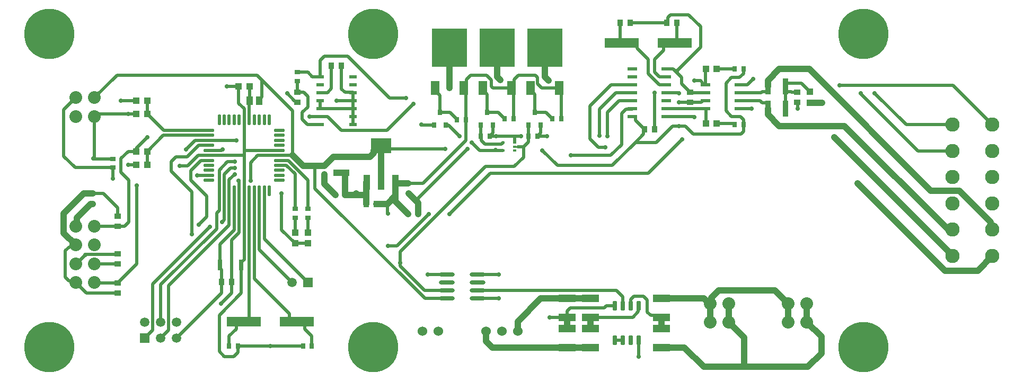
<source format=gtl>
G04*
G04 #@! TF.GenerationSoftware,Altium Limited,Altium Designer,19.0.15 (446)*
G04*
G04 Layer_Physical_Order=1*
G04 Layer_Color=255*
%FSLAX25Y25*%
%MOIN*%
G70*
G01*
G75*
%ADD13C,0.01000*%
%ADD25R,0.03937X0.03937*%
%ADD51R,0.03937X0.03937*%
%ADD61R,0.03543X0.03937*%
%ADD62R,0.03543X0.02756*%
G04:AMPARAMS|DCode=63|XSize=21.65mil|YSize=49.21mil|CornerRadius=1.95mil|HoleSize=0mil|Usage=FLASHONLY|Rotation=90.000|XOffset=0mil|YOffset=0mil|HoleType=Round|Shape=RoundedRectangle|*
%AMROUNDEDRECTD63*
21,1,0.02165,0.04532,0,0,90.0*
21,1,0.01776,0.04921,0,0,90.0*
1,1,0.00390,0.02266,0.00888*
1,1,0.00390,0.02266,-0.00888*
1,1,0.00390,-0.02266,-0.00888*
1,1,0.00390,-0.02266,0.00888*
%
%ADD63ROUNDEDRECTD63*%
%ADD64R,0.03937X0.03543*%
%ADD65R,0.03740X0.10236*%
%ADD66R,0.10630X0.04528*%
%ADD67R,0.03937X0.09449*%
%ADD68R,0.12992X0.09449*%
%ADD69R,0.10236X0.04331*%
%ADD70R,0.03150X0.03150*%
%ADD71R,0.04331X0.04331*%
%ADD72R,0.21654X0.05906*%
%ADD73R,0.01968X0.01575*%
%ADD74O,0.09843X0.02756*%
G04:AMPARAMS|DCode=75|XSize=23.62mil|YSize=57.09mil|CornerRadius=2.01mil|HoleSize=0mil|Usage=FLASHONLY|Rotation=180.000|XOffset=0mil|YOffset=0mil|HoleType=Round|Shape=RoundedRectangle|*
%AMROUNDEDRECTD75*
21,1,0.02362,0.05307,0,0,180.0*
21,1,0.01961,0.05709,0,0,180.0*
1,1,0.00402,-0.00980,0.02653*
1,1,0.00402,0.00980,0.02653*
1,1,0.00402,0.00980,-0.02653*
1,1,0.00402,-0.00980,-0.02653*
%
%ADD75ROUNDEDRECTD75*%
%ADD76R,0.02756X0.03543*%
%ADD77R,0.05500X0.09000*%
%ADD78R,0.22402X0.24331*%
%ADD79R,0.03150X0.03543*%
%ADD80R,0.04331X0.04331*%
%ADD81O,0.06890X0.02165*%
%ADD82O,0.02165X0.06890*%
%ADD83R,0.03150X0.06693*%
%ADD84R,0.03898X0.05472*%
%ADD85R,0.21654X0.05906*%
%ADD86R,0.06102X0.02362*%
%ADD87R,0.05906X0.02362*%
%ADD88C,0.02000*%
%ADD89C,0.04000*%
%ADD90C,0.08000*%
%ADD91C,0.06000*%
%ADD92C,0.09000*%
%ADD93R,0.05906X0.05906*%
%ADD94C,0.05906*%
%ADD95C,0.31500*%
%ADD96C,0.02756*%
D13*
X312925Y150500D02*
X314685D01*
X312925Y153059D02*
Y154000D01*
D25*
X182685Y96346D02*
D03*
Y89653D02*
D03*
X174685Y96346D02*
D03*
Y89653D02*
D03*
D51*
X439685Y165000D02*
D03*
X432992D02*
D03*
X439839Y199500D02*
D03*
X433146D02*
D03*
D61*
X203835Y201500D02*
D03*
X197535D02*
D03*
X219535Y114500D02*
D03*
X225835D02*
D03*
X134835Y65523D02*
D03*
X128535D02*
D03*
X400835Y161500D02*
D03*
X394535D02*
D03*
X408535Y228311D02*
D03*
X414835D02*
D03*
X379035D02*
D03*
X385335D02*
D03*
D62*
X182685Y111256D02*
D03*
Y105744D02*
D03*
X174685Y111256D02*
D03*
Y105744D02*
D03*
X176185Y191744D02*
D03*
Y197256D02*
D03*
X193185Y133000D02*
D03*
Y138512D02*
D03*
X60185Y142756D02*
D03*
Y137244D02*
D03*
D63*
X211185Y164500D02*
D03*
Y169500D02*
D03*
Y174500D02*
D03*
Y179500D02*
D03*
Y184500D02*
D03*
Y189500D02*
D03*
Y194500D02*
D03*
X190516Y164500D02*
D03*
Y169500D02*
D03*
Y174500D02*
D03*
Y179500D02*
D03*
Y184500D02*
D03*
Y189500D02*
D03*
Y194500D02*
D03*
D64*
X176185Y178350D02*
D03*
Y184650D02*
D03*
X490492Y184650D02*
D03*
Y178350D02*
D03*
X63185Y83150D02*
D03*
Y76850D02*
D03*
Y64650D02*
D03*
Y58350D02*
D03*
Y100350D02*
D03*
Y106650D02*
D03*
X422992Y184650D02*
D03*
Y178350D02*
D03*
D65*
X483004Y174500D02*
D03*
X471980D02*
D03*
X483004Y188500D02*
D03*
X471980D02*
D03*
D66*
X345685Y43095D02*
D03*
Y54905D02*
D03*
X360531Y43126D02*
D03*
Y54937D02*
D03*
Y24126D02*
D03*
Y35937D02*
D03*
X405185Y43095D02*
D03*
Y54905D02*
D03*
Y24094D02*
D03*
Y35906D02*
D03*
X345685Y24189D02*
D03*
Y36000D02*
D03*
D67*
X219630Y128083D02*
D03*
X228685D02*
D03*
X237740D02*
D03*
D68*
X228685Y150917D02*
D03*
D69*
X203685Y133882D02*
D03*
Y144118D02*
D03*
D70*
X200232Y120000D02*
D03*
X206138D02*
D03*
D71*
X498492Y177957D02*
D03*
Y185043D02*
D03*
D72*
X379953Y215811D02*
D03*
X413417D02*
D03*
D73*
X305445Y147941D02*
D03*
Y153059D02*
D03*
X312925D02*
D03*
Y150500D02*
D03*
Y147941D02*
D03*
D74*
X270039Y70000D02*
D03*
Y65000D02*
D03*
Y60000D02*
D03*
Y55000D02*
D03*
X289331Y70000D02*
D03*
Y65000D02*
D03*
Y60000D02*
D03*
Y55000D02*
D03*
D75*
X390685Y50228D02*
D03*
X385685D02*
D03*
X380685D02*
D03*
X375685D02*
D03*
X390685Y28772D02*
D03*
X385685D02*
D03*
X380685D02*
D03*
X375685D02*
D03*
D76*
X336429Y168000D02*
D03*
X341941D02*
D03*
X326941Y157000D02*
D03*
X321429D02*
D03*
X306429Y168000D02*
D03*
X311941D02*
D03*
X296941Y157000D02*
D03*
X291429D02*
D03*
X179673Y25000D02*
D03*
X185185D02*
D03*
X138685D02*
D03*
X133173D02*
D03*
X276429Y167500D02*
D03*
X281941D02*
D03*
X451236Y164500D02*
D03*
X456748D02*
D03*
X451236Y199500D02*
D03*
X456748D02*
D03*
D77*
X322709Y187524D02*
D03*
X340661D02*
D03*
X292709D02*
D03*
X310661D02*
D03*
X262709D02*
D03*
X280661D02*
D03*
D78*
X331685Y212858D02*
D03*
X301685D02*
D03*
X271685D02*
D03*
D79*
X321533Y164063D02*
D03*
X329014D02*
D03*
X325274Y171937D02*
D03*
X291533Y164063D02*
D03*
X299014D02*
D03*
X295274Y171937D02*
D03*
X261945Y164063D02*
D03*
X269425D02*
D03*
X265685Y171937D02*
D03*
D80*
X74642Y147500D02*
D03*
X81728D02*
D03*
X81728Y139000D02*
D03*
X74642D02*
D03*
X74642Y179500D02*
D03*
X81728D02*
D03*
X81728Y171000D02*
D03*
X74642D02*
D03*
X139142Y188500D02*
D03*
X146228D02*
D03*
D81*
X120441Y129252D02*
D03*
Y132402D02*
D03*
Y135551D02*
D03*
Y138701D02*
D03*
Y141850D02*
D03*
Y145000D02*
D03*
Y148150D02*
D03*
Y151299D02*
D03*
Y154449D02*
D03*
Y157598D02*
D03*
Y160748D02*
D03*
X164929D02*
D03*
Y157598D02*
D03*
Y154449D02*
D03*
Y151299D02*
D03*
Y148150D02*
D03*
Y145000D02*
D03*
Y141850D02*
D03*
Y138701D02*
D03*
Y135551D02*
D03*
Y132402D02*
D03*
Y129252D02*
D03*
D82*
X126937Y167244D02*
D03*
X130087D02*
D03*
X133236D02*
D03*
X136386D02*
D03*
X139535D02*
D03*
X142685D02*
D03*
X145835D02*
D03*
X148984D02*
D03*
X152134D02*
D03*
X155283D02*
D03*
X158433D02*
D03*
Y122756D02*
D03*
X155283D02*
D03*
X152134D02*
D03*
X148984D02*
D03*
X145835D02*
D03*
X142685D02*
D03*
X139535D02*
D03*
X136386D02*
D03*
X133236D02*
D03*
X130087D02*
D03*
X126937D02*
D03*
D83*
X140878Y76000D02*
D03*
X127492D02*
D03*
D84*
X146213Y179500D02*
D03*
X152157D02*
D03*
D85*
X142453Y40500D02*
D03*
X175917D02*
D03*
D86*
X454185Y174311D02*
D03*
Y179311D02*
D03*
Y184311D02*
D03*
Y189311D02*
D03*
X432925Y174311D02*
D03*
Y179311D02*
D03*
Y184311D02*
D03*
Y189311D02*
D03*
D87*
X386925Y199311D02*
D03*
Y194311D02*
D03*
Y189311D02*
D03*
Y184311D02*
D03*
Y179311D02*
D03*
Y174311D02*
D03*
Y169311D02*
D03*
X408185Y199311D02*
D03*
Y194311D02*
D03*
Y189311D02*
D03*
Y184311D02*
D03*
Y179311D02*
D03*
Y174311D02*
D03*
Y169311D02*
D03*
D88*
X483004Y185755D02*
Y188500D01*
Y174500D02*
Y185755D01*
X238685Y88000D02*
X258685Y108000D01*
X233185Y88000D02*
X238685D01*
X297402Y133716D02*
X396902D01*
X271685Y108000D02*
X297402Y133716D01*
X294333Y138000D02*
X312567D01*
X240685Y84352D02*
X294333Y138000D01*
X240685Y77500D02*
Y84352D01*
X109185Y135500D02*
X115535Y141850D01*
X120441D01*
X109185Y129500D02*
Y135500D01*
Y129500D02*
X119185Y119500D01*
Y106500D02*
Y119500D01*
X114185Y101500D02*
X119185Y106500D01*
X396902Y133716D02*
X418185Y155000D01*
X374185Y138701D02*
X388685Y153201D01*
X379953Y151768D02*
Y171500D01*
X373185Y145000D02*
X379953Y151768D01*
X339634Y138701D02*
X374185D01*
X456685Y160000D02*
Y167500D01*
X379953Y171500D02*
X382656Y174204D01*
X416185Y163500D02*
X420023D01*
X412185D02*
X416185D01*
X416063Y184311D02*
X416185Y184189D01*
X408185Y184311D02*
X416063D01*
X530573Y183612D02*
X566435Y147750D01*
X530573Y183612D02*
Y184000D01*
X566435Y147750D02*
X588185D01*
X588435Y189000D02*
X613185Y164250D01*
X517185Y189000D02*
X588435D01*
X559124Y164250D02*
X588185D01*
X539185Y184189D02*
X559124Y164250D01*
X134185Y137000D02*
X136685D01*
X132185Y141000D02*
X136685D01*
X132797Y145000D02*
X142685D01*
X132768Y144972D02*
X132797Y145000D01*
X120469Y144972D02*
X132768D01*
X348185Y145000D02*
X373185D01*
X139185Y129000D02*
Y129296D01*
X146685Y129000D02*
Y140500D01*
X133236Y129551D02*
X136685Y133000D01*
X234185Y181000D02*
X244374D01*
X207685Y207500D02*
X234185Y181000D01*
X193185Y207500D02*
X207685D01*
X190516Y204831D02*
X193185Y207500D01*
X190516Y194500D02*
Y204831D01*
X232433Y160748D02*
X249185Y177500D01*
X203835Y160748D02*
X232433D01*
X195083Y169500D02*
X203835Y160748D01*
X190516Y169500D02*
X195083D01*
X211185D02*
Y174500D01*
Y164500D02*
Y169500D01*
X200685Y179500D02*
X211185D01*
X176185Y184650D02*
X180035D01*
X182685Y182000D01*
Y175437D02*
Y182000D01*
X176185Y184650D02*
X176185Y184650D01*
X169685Y184000D02*
X174563Y179122D01*
X175413D01*
X176185Y178350D01*
X131685Y188500D02*
X131685Y188500D01*
X139142D01*
X190516Y174500D02*
Y179500D01*
Y174500D02*
X211185D01*
Y179500D01*
Y184500D01*
X205972Y184650D02*
X209020D01*
X209087Y184583D01*
X211102D01*
X211185Y184500D01*
X203835Y186787D02*
X205972Y184650D01*
X203835Y186787D02*
Y201500D01*
X197535Y187000D02*
Y201500D01*
X195035Y184500D02*
X197535Y187000D01*
X190516Y184500D02*
X195035D01*
X176185Y197256D02*
X182685D01*
X185441Y194500D01*
X190516D01*
X176185Y184650D02*
Y191744D01*
X182435Y164500D02*
X190516D01*
X179185Y167750D02*
X182435Y164500D01*
X179185Y167750D02*
Y171937D01*
X182685Y175437D01*
X183685Y169500D02*
X190516D01*
X137634Y154449D02*
X137685Y154500D01*
X120441Y154449D02*
X137634D01*
X329661Y187524D02*
X340661D01*
X327259Y189926D02*
X329661Y187524D01*
X327259Y189926D02*
Y193926D01*
X325685Y195500D02*
X327259Y193926D01*
X315185Y195500D02*
X325685D01*
X299161Y187524D02*
X310661D01*
X298185Y188500D02*
X299161Y187524D01*
X298185Y188500D02*
Y192500D01*
X295185Y195500D02*
X298185Y192500D01*
X285185Y195500D02*
X295185D01*
X166185Y98153D02*
Y121000D01*
Y98153D02*
X174685Y89653D01*
X182685D01*
Y96346D02*
Y105744D01*
X174685Y96346D02*
Y105744D01*
Y111256D02*
Y133252D01*
X169236Y138701D02*
X174685Y133252D01*
X164929Y138701D02*
X169236D01*
X182685Y111256D02*
Y129500D01*
X170335Y141850D02*
X182685Y129500D01*
X164929Y141850D02*
X170335D01*
X456748Y196500D02*
Y199500D01*
X454248Y194000D02*
X456748Y196500D01*
X458972Y189311D02*
X462661Y193000D01*
X462685Y193024D01*
X483004Y189630D02*
X483874Y190500D01*
X483004Y188500D02*
Y189630D01*
X483874Y190500D02*
X493035D01*
X498492Y185043D01*
X490685Y174500D02*
Y178157D01*
X490492Y178350D02*
X490685Y178157D01*
X483004Y185755D02*
X483874Y184885D01*
X486619D01*
X486695Y184809D01*
X490333D01*
X490492Y184650D01*
X471980Y174500D02*
Y177245D01*
X471110Y178115D02*
X471980Y177245D01*
X468365Y178115D02*
X471110D01*
X467169Y179311D02*
X468365Y178115D01*
X454185Y179311D02*
X467169D01*
X471980Y185755D02*
Y188500D01*
X471110Y184885D02*
X471980Y185755D01*
X468365Y184885D02*
X471110D01*
X467791Y184311D02*
X468365Y184885D01*
X454185Y184311D02*
X467791D01*
X290744Y147941D02*
X305445D01*
X139185Y129296D02*
X139535Y128945D01*
X401886Y153201D02*
X412185Y163500D01*
X388685Y153201D02*
X401886D01*
X425024Y158500D02*
X455185D01*
X420023Y163500D02*
X425024Y158500D01*
X375685Y28772D02*
X380685D01*
X282411Y192726D02*
X285185Y195500D01*
X282411Y189274D02*
Y192726D01*
X280661Y187524D02*
X282411Y189274D01*
X312411Y192726D02*
X315185Y195500D01*
X312411Y189274D02*
Y192726D01*
X310661Y187524D02*
X312411Y189274D01*
X455185Y158500D02*
X456685Y160000D01*
X412468Y199217D02*
X417685Y194000D01*
X429685Y213000D02*
Y226000D01*
X414685Y198000D02*
X429685Y213000D01*
X422185Y233500D02*
X429685Y226000D01*
X410685Y233500D02*
X422185D01*
X409007Y231822D02*
X410685Y233500D01*
X409007Y228783D02*
Y231822D01*
X408535Y228311D02*
X409007Y228783D01*
X126937Y135752D02*
X132185Y141000D01*
X130087Y132902D02*
X134185Y137000D01*
X142685Y122756D02*
Y145000D01*
Y79518D02*
Y122756D01*
X133236D02*
Y129551D01*
Y101051D02*
Y122756D01*
X245685Y127500D02*
X254941D01*
X294185Y152000D02*
X304386D01*
X330185Y148150D02*
X339634Y138701D01*
X146685Y140500D02*
X151185Y145000D01*
X164929D01*
X139535Y122756D02*
Y128945D01*
X128535Y148150D02*
X129185Y148799D01*
X120441Y148150D02*
X128535D01*
X120441Y145000D02*
X120469Y144972D01*
X142685Y147941D02*
Y167244D01*
Y145000D02*
Y147941D01*
X142894Y148150D01*
X164929D01*
X388685Y153201D02*
X393768Y158284D01*
X416185Y178350D02*
X422992D01*
X96685Y141000D02*
X99638Y143953D01*
X96685Y135047D02*
Y141000D01*
Y135047D02*
X109685Y122047D01*
Y95500D02*
Y122047D01*
X106685Y143953D02*
X114032Y151299D01*
X120441D01*
X99638Y143953D02*
X106685D01*
X106185Y148799D02*
X111835Y154449D01*
X107185Y138500D02*
X113685Y145000D01*
X102185Y138500D02*
X107185D01*
X113685Y145000D02*
X120441D01*
X240685Y75500D02*
Y77500D01*
Y75500D02*
X256185Y60000D01*
X301185Y157000D02*
X312925D01*
X296941D02*
X301185D01*
Y157000D01*
X393768Y158284D02*
Y160733D01*
X394535Y161500D01*
X252185Y115000D02*
Y118000D01*
X283185Y149000D01*
X270960Y164063D02*
X278023Y157000D01*
X269425Y164063D02*
X270960D01*
X285685Y153000D02*
X290744Y147941D01*
X69685Y171000D02*
X74642D01*
X51627D02*
X69685D01*
Y139000D02*
X69685Y139000D01*
X74642D01*
X65185Y143000D02*
X69685Y147500D01*
X65185Y134500D02*
Y143000D01*
Y134500D02*
X70185Y129500D01*
X360185Y176000D02*
X373496Y189311D01*
X386925D01*
X360185Y155500D02*
Y176000D01*
Y155500D02*
X365571Y150114D01*
X369685D01*
X371185Y172047D02*
X378449Y179311D01*
X386925D01*
X371185Y157000D02*
Y172047D01*
X366185Y174000D02*
X376496Y184311D01*
X386925D01*
X366185Y157500D02*
Y174000D01*
X228685Y150917D02*
X230602Y149000D01*
X269185D01*
X281941Y154500D02*
Y167500D01*
X254941Y127500D02*
X281941Y154500D01*
X318398Y143831D02*
Y150500D01*
X314685D02*
X318398D01*
X312567Y138000D02*
X318398Y143831D01*
X256185Y60000D02*
X270039D01*
X187185Y138134D02*
X192413D01*
X187185Y124187D02*
Y138134D01*
X173185Y145000D02*
Y173000D01*
X192413Y138134D02*
X192791Y138512D01*
X187185Y124187D02*
X256372Y55000D01*
X270039D01*
X258185Y70000D02*
X270039D01*
X387827Y215811D02*
X389779Y213858D01*
X379953Y215811D02*
X387827D01*
X382656Y174204D02*
X386818D01*
X386925Y174311D01*
X126937Y122756D02*
Y135752D01*
X130087Y122756D02*
Y132902D01*
X113185Y132500D02*
X113284Y132402D01*
X120441D01*
X47685Y143000D02*
Y143204D01*
X48504Y144024D01*
Y169500D01*
X136185Y18500D02*
X138685Y21000D01*
Y25000D01*
X130185Y18500D02*
X136185D01*
X126937Y21748D02*
X130185Y18500D01*
X126937Y21748D02*
Y44500D01*
X140878Y58441D01*
Y76000D01*
X159185Y25000D02*
X179673D01*
X138685D02*
X159185D01*
X128185Y51819D02*
X134835Y58469D01*
Y65523D01*
X153685Y192500D02*
X173185Y173000D01*
X164929Y145000D02*
X173185D01*
X153685Y181815D02*
Y192500D01*
X152157Y180287D02*
X153685Y181815D01*
X152157Y179500D02*
Y180287D01*
X150685Y195500D02*
X153685Y192500D01*
X62693Y195500D02*
X150685D01*
X48504Y181311D02*
X62693Y195500D01*
X62682Y82647D02*
X63185Y83150D01*
X42832Y82647D02*
X62682D01*
X42685Y82500D02*
X42832Y82647D01*
X232685Y109204D02*
Y114500D01*
Y109204D02*
X233185Y108704D01*
Y108500D02*
Y108704D01*
X37031Y76846D02*
X42685Y82500D01*
X36685Y76846D02*
X37031D01*
X47560Y121000D02*
X54185D01*
X63185Y112000D01*
Y106650D02*
Y112000D01*
X47685Y143000D02*
X47929Y142756D01*
X60185D01*
X63185Y64650D02*
X75185Y76650D01*
Y126000D01*
X63067Y100469D02*
X63185Y100350D01*
X48504Y100469D02*
X63067D01*
X70185Y103000D02*
Y129500D01*
X254827Y164063D02*
X261945D01*
X254390Y164500D02*
X254827Y164063D01*
X254185Y164500D02*
X254390D01*
X74642Y149457D02*
X81685Y156500D01*
X74642Y147500D02*
Y149457D01*
X65185Y179500D02*
X74642D01*
X74642Y179500D01*
X69685Y147500D02*
X74642D01*
X74642Y147500D01*
X67535Y100350D02*
X70185Y103000D01*
X63185Y100350D02*
X67535D01*
X48504Y169500D02*
X50128D01*
X51627Y171000D01*
X81728Y179500D02*
X81728Y179500D01*
Y171000D02*
Y179500D01*
X81728Y147500D02*
X81728Y147500D01*
Y139000D02*
Y147500D01*
X91827Y157598D02*
X120441D01*
X81728Y147500D02*
X91827Y157598D01*
X81728Y171000D02*
X91980Y160748D01*
X120441D01*
X111835Y154449D02*
X120441D01*
X60185Y130500D02*
X60185Y130500D01*
Y137244D01*
X36441D02*
X60185D01*
X29185Y144500D02*
X36441Y137244D01*
X29185Y144500D02*
Y173811D01*
X36685Y181311D01*
X318398Y150500D02*
X321429Y153532D01*
X312925Y154000D02*
Y157000D01*
X316685D01*
X291807Y154378D02*
X294185Y152000D01*
X291807Y154378D02*
Y156622D01*
X304386Y152000D02*
X305445Y153059D01*
X291429Y157000D02*
X291807Y156622D01*
X316685Y157000D02*
X316685Y157000D01*
X327319D02*
X333185D01*
X327319D02*
Y157772D01*
X321429Y153532D02*
Y157000D01*
X327713Y157772D02*
X329014Y159073D01*
X327319Y157772D02*
X327713D01*
X329014Y159073D02*
Y164063D01*
X299014Y159073D02*
Y164063D01*
X297713Y157772D02*
X299014Y159073D01*
X297319Y157772D02*
X297713D01*
X296941Y157394D02*
X297319Y157772D01*
X296941Y157000D02*
Y157394D01*
X321429Y157000D02*
X321533Y157104D01*
Y164063D01*
X291429Y157000D02*
X291533Y157104D01*
Y164063D01*
X280661Y187524D02*
X281941Y186244D01*
Y167500D02*
Y186244D01*
X310661Y187524D02*
X311941Y186244D01*
Y168000D02*
Y186244D01*
X340661Y187524D02*
X341941Y186244D01*
Y168000D02*
Y186244D01*
X332492Y171937D02*
X335658Y168772D01*
X336051D01*
X336429Y168394D01*
Y168000D02*
Y168394D01*
X325274Y171937D02*
X332492D01*
X302492D02*
X305658Y168772D01*
X306051D01*
X306429Y168394D01*
Y168000D02*
Y168394D01*
X295274Y171937D02*
X302492D01*
X265685D02*
X271992D01*
X275658Y168272D01*
X276051D01*
X276429Y167894D01*
Y167500D02*
Y167894D01*
X262709Y185774D02*
Y187524D01*
Y185774D02*
X264459Y184024D01*
X264513D01*
X265685Y182852D01*
Y171937D02*
Y182852D01*
X292709Y185774D02*
Y187524D01*
Y185774D02*
X295274Y183209D01*
Y171937D02*
Y183209D01*
X322709Y185774D02*
Y187524D01*
Y185774D02*
X325274Y183209D01*
Y171937D02*
Y183209D01*
X454185Y189311D02*
X458972D01*
X139535Y96500D02*
Y122756D01*
X142685Y167244D02*
Y174311D01*
X139142Y177854D02*
X142685Y174311D01*
X139142Y177854D02*
Y188500D01*
X146213Y179500D02*
X146228Y179516D01*
Y188500D01*
X145835Y179122D02*
X146213Y179500D01*
X145835Y167244D02*
Y179122D01*
X30185Y68500D02*
X32502Y66184D01*
X35537D01*
X36685Y65035D01*
X30185Y68500D02*
Y85000D01*
X32695Y87509D01*
X35537D01*
X36685Y88657D01*
X43370Y58350D02*
X63185D01*
X36685Y65035D02*
X43370Y58350D01*
X63181Y76846D02*
X63185Y76850D01*
X48504Y76846D02*
X63181D01*
X48504Y65035D02*
X48890Y64650D01*
X63185D01*
X80185Y30000D02*
X85185Y35000D01*
Y64000D01*
X121185Y100000D01*
X90185Y63717D02*
X125307Y98839D01*
X90185Y40000D02*
Y63717D01*
X125307Y98839D02*
Y108779D01*
X126937Y110409D01*
Y122756D01*
X128685Y103000D02*
X130087Y104402D01*
Y122756D01*
X136386Y98000D02*
Y122756D01*
X134835Y91799D02*
X139535Y96500D01*
X95185Y63000D02*
X133236Y101051D01*
X127492Y89106D02*
X136386Y98000D01*
X145835Y42453D02*
Y122756D01*
X148984Y67433D02*
Y122756D01*
X141453Y78347D02*
X141513D01*
X139624Y40500D02*
X142453D01*
X148984Y67433D02*
X171136Y45281D01*
X141513Y78347D02*
X142685Y79518D01*
X142453Y40500D02*
X143882D01*
X140878Y76000D02*
Y77772D01*
X141453Y78347D01*
X95185Y35000D02*
Y63000D01*
X90185Y30000D02*
X95185Y35000D01*
X100185Y30000D02*
X128535Y58350D01*
Y65523D01*
Y73185D01*
X127492Y74228D02*
Y76000D01*
Y74228D02*
X128535Y73185D01*
X134835Y65523D02*
Y91799D01*
X127492Y76000D02*
Y89106D01*
X155283Y92402D02*
X182685Y65000D01*
X155283Y92402D02*
Y122756D01*
X152134Y85551D02*
Y122756D01*
Y85551D02*
X172685Y65000D01*
X143882Y40500D02*
X145835Y42453D01*
X171136D02*
Y45281D01*
Y42453D02*
X173089Y40500D01*
X175917D01*
X185185Y25000D02*
Y31232D01*
X180699Y35719D02*
X185185Y31232D01*
X180699Y35719D02*
Y38547D01*
X178746Y40500D02*
X180699Y38547D01*
X175917Y40500D02*
X178746D01*
X133173Y25000D02*
Y31220D01*
X137672Y35719D01*
Y38547D01*
X139624Y40500D01*
X454685Y169500D02*
X456685Y167500D01*
X449185Y169500D02*
X454685D01*
X445685Y173000D02*
X449185Y169500D01*
X445685Y173000D02*
Y190500D01*
X449185Y194000D01*
X454248D01*
X386925Y169311D02*
X388697D01*
X388878Y169130D01*
Y167157D02*
Y169130D01*
Y167157D02*
X393567Y162469D01*
X400835Y161500D02*
Y184500D01*
X385335Y228311D02*
X408535D01*
X379035Y216728D02*
X379953Y215811D01*
X379035Y216728D02*
Y228311D01*
X413417Y215811D02*
X414835Y217228D01*
Y228311D01*
X389779Y212405D02*
X396685Y205500D01*
X389779Y212405D02*
Y213858D01*
X396685Y196335D02*
Y205500D01*
Y196335D02*
X403709Y189311D01*
X408185D01*
X400835Y205500D02*
X406364Y211030D01*
Y213858D01*
X408317Y215811D01*
X413417D01*
X400835Y197500D02*
Y205500D01*
Y197500D02*
X403916Y194419D01*
X408077D01*
X408185Y194311D01*
X408279Y199217D02*
X412468D01*
X408185Y199311D02*
X408279Y199217D01*
X417685Y189957D02*
Y194000D01*
Y189957D02*
X422023Y185618D01*
Y185421D02*
Y185618D01*
Y185421D02*
X422795Y184650D01*
X422992D01*
X431055Y179311D02*
X432925D01*
X430094Y178350D02*
X431055Y179311D01*
X422992Y178350D02*
X430094D01*
X422992Y184650D02*
X423331Y184311D01*
X432925D01*
X425685Y192000D02*
X429702D01*
X430874Y190828D01*
Y189492D02*
Y190828D01*
Y189492D02*
X431055Y189311D01*
X432925D01*
X425374Y169311D02*
X425685Y169000D01*
X408185Y169311D02*
X425374D01*
X408185Y174311D02*
X432925D01*
X451236Y164500D02*
Y164622D01*
X450858Y165000D02*
X451236Y164622D01*
X439685Y165000D02*
X450858D01*
X432925Y174311D02*
X432992Y174244D01*
Y165000D02*
Y174244D01*
X432925Y189311D02*
Y199280D01*
X433146Y199500D01*
X439839D02*
X439839Y199500D01*
X451236D01*
X461496Y174311D02*
X461685Y174500D01*
X454185Y174311D02*
X461496D01*
X289331Y70000D02*
X302685D01*
X390685Y18500D02*
Y28772D01*
X345685Y43095D02*
Y47000D01*
X347685Y49000D01*
X369185D01*
X370413Y50228D01*
X375685D01*
X334685Y43116D02*
X345663D01*
X345685Y43095D01*
X289331Y55000D02*
X302685D01*
X376685Y60000D02*
X380685Y56000D01*
Y50228D02*
Y56000D01*
X289331Y60000D02*
X376685D01*
X385685Y54500D02*
X387685Y56500D01*
X385685Y50228D02*
Y54500D01*
X387685Y56500D02*
X393685D01*
X396185Y54000D01*
Y46500D02*
Y54000D01*
Y46500D02*
X398477Y44208D01*
X404072D01*
X405185Y43095D01*
X360531Y43126D02*
X386957D01*
X390504Y46673D01*
Y50047D01*
X390685Y50228D01*
D89*
X331685Y194500D02*
X334185Y192000D01*
X331685Y194500D02*
Y212858D01*
X301685Y194500D02*
X303685Y192500D01*
X301685Y194500D02*
Y212858D01*
X271685Y187500D02*
Y212858D01*
X498492Y177957D02*
X506185D01*
X513685Y156500D02*
X549185Y121000D01*
X471980Y170705D02*
X479185Y163500D01*
X471980Y170705D02*
Y174500D01*
X479185Y163500D02*
X520185D01*
X585435Y98250D01*
X471980Y192012D02*
X479185Y199217D01*
X471980Y188500D02*
Y192012D01*
X479185Y199217D02*
X497968D01*
X226913Y150917D02*
X228685Y149146D01*
X206138Y120000D02*
X214185D01*
X612228Y99207D02*
Y102957D01*
X592429Y122756D02*
X612228Y102957D01*
X574429Y122756D02*
X592429D01*
X612228Y99207D02*
X613185Y98250D01*
X497968Y199217D02*
X574429Y122756D01*
X585435Y98250D02*
X588185D01*
X238323Y127500D02*
X245685D01*
X331185Y213358D02*
X331685Y212858D01*
X173185Y145000D02*
X179673Y138512D01*
X192791D01*
X193185D01*
X252185Y108000D02*
Y115000D01*
X246185Y121000D02*
X252185Y115000D01*
X237740Y115945D02*
Y119555D01*
Y115945D02*
X245685Y108000D01*
X237740Y128083D02*
X238323Y127500D01*
X528573D02*
X583573Y72500D01*
X549185Y121000D02*
X588185Y82000D01*
X583573Y72500D02*
X603935D01*
X613185Y81750D01*
X219535Y114500D02*
Y120000D01*
Y124124D01*
X214185Y120000D02*
X219535D01*
X213185Y121000D02*
X214185Y120000D01*
X588185Y81750D02*
Y82000D01*
X41685Y121000D02*
X47560D01*
X29185Y108500D02*
X41685Y121000D01*
X29185Y96157D02*
Y108500D01*
Y96157D02*
X36685Y88657D01*
X46185Y114500D02*
X47310D01*
X37450Y105765D02*
X46185Y114500D01*
X37450Y101234D02*
Y105765D01*
X36685Y100469D02*
X37450Y101234D01*
X193185Y127047D02*
X200232Y120000D01*
X193185Y127047D02*
Y133000D01*
Y138512D02*
X198626Y143953D01*
X203520D01*
X203685Y144118D01*
X228685Y128083D02*
Y149146D01*
X224189Y148193D02*
X226913Y150917D01*
X224189Y146461D02*
Y148193D01*
X221846Y144118D02*
X224189Y146461D01*
X203685Y144118D02*
X221846D01*
X206138Y120000D02*
Y133716D01*
X205972Y133882D02*
X206138Y133716D01*
X203685Y133882D02*
X205972D01*
X219598Y128051D02*
X219630Y128083D01*
X219598Y124187D02*
Y128051D01*
X219535Y124124D02*
X219598Y124187D01*
X232685Y114500D02*
X237740Y119555D01*
Y128083D01*
X225835Y114500D02*
X232685D01*
X334685Y54905D02*
X345685D01*
X329090D02*
X334685D01*
Y55000D01*
X314685Y40500D02*
X329090Y54905D01*
X314685Y34500D02*
Y40500D01*
X345685Y54905D02*
X345717Y54937D01*
X360531D01*
X345685Y24189D02*
X345748Y24126D01*
X360531D01*
X298685Y24189D02*
X345685D01*
X294685Y28189D02*
X298685Y24189D01*
X294685Y28189D02*
Y34500D01*
X457185Y12000D02*
X497185D01*
X431610D02*
X457185D01*
Y30406D01*
X447590Y40000D02*
X457185Y30406D01*
X496591Y40000D02*
X505685Y30906D01*
Y20500D02*
Y30906D01*
X497185Y12000D02*
X505685Y20500D01*
X419516Y24094D02*
X431610Y12000D01*
X405185Y24094D02*
X419516D01*
X436545Y55360D02*
X441185Y60000D01*
X436545Y52584D02*
Y55360D01*
X435779Y51819D02*
X436545Y52584D01*
X441185Y60000D02*
X476598D01*
X484780Y51819D01*
X434697D02*
X435779D01*
X431610Y54905D02*
X434697Y51819D01*
X405185Y54905D02*
X431610D01*
X484780Y40000D02*
Y51819D01*
X435779Y40000D02*
Y51819D01*
X447590Y40000D02*
Y51819D01*
X496591Y40000D02*
Y51819D01*
X405185Y35906D02*
Y43095D01*
X360531Y35937D02*
Y43126D01*
X345685Y36000D02*
Y43095D01*
D90*
X48504Y100469D02*
D03*
X36685D02*
D03*
X48504Y65035D02*
D03*
X36685D02*
D03*
Y76846D02*
D03*
Y88657D02*
D03*
X48504Y76846D02*
D03*
Y88657D02*
D03*
X496591Y40000D02*
D03*
X484780D02*
D03*
X496591Y51819D02*
D03*
X484780D02*
D03*
X36685Y169500D02*
D03*
Y181311D02*
D03*
X48504Y169500D02*
D03*
Y181311D02*
D03*
X447590Y40000D02*
D03*
X435779D02*
D03*
X447590Y51819D02*
D03*
X435779D02*
D03*
D91*
X294685Y34500D02*
D03*
X304685D02*
D03*
X314685D02*
D03*
X264685D02*
D03*
X254685D02*
D03*
D92*
X588185Y164250D02*
D03*
Y147750D02*
D03*
Y131250D02*
D03*
Y114750D02*
D03*
Y98250D02*
D03*
Y81750D02*
D03*
X613185Y164250D02*
D03*
Y147750D02*
D03*
Y131250D02*
D03*
Y114750D02*
D03*
Y98250D02*
D03*
Y81750D02*
D03*
D93*
X182685Y65000D02*
D03*
X80185Y30000D02*
D03*
D94*
X172685Y65000D02*
D03*
X80185Y40000D02*
D03*
X90185Y30000D02*
D03*
Y40000D02*
D03*
X100185Y30000D02*
D03*
Y40000D02*
D03*
D95*
X531996Y24500D02*
D03*
X223925D02*
D03*
X20185D02*
D03*
X531996Y221350D02*
D03*
X223925D02*
D03*
X20185D02*
D03*
D96*
X233185Y88000D02*
D03*
X271685Y108000D02*
D03*
X258685D02*
D03*
X114185Y101500D02*
D03*
X416185Y163500D02*
D03*
X418185Y155000D02*
D03*
X416185Y184189D02*
D03*
X530573Y184000D02*
D03*
X517185Y189000D02*
D03*
X539185Y184189D02*
D03*
X136685Y137000D02*
D03*
Y141000D02*
D03*
X348185Y145000D02*
D03*
X139185Y129000D02*
D03*
X146685D02*
D03*
X136685Y133000D02*
D03*
X244374Y181000D02*
D03*
X249185Y177500D02*
D03*
X200685Y179500D02*
D03*
X169685Y184000D02*
D03*
X131685Y188500D02*
D03*
X183685Y169500D02*
D03*
X137685Y154500D02*
D03*
X334185Y192000D02*
D03*
X303685Y192500D02*
D03*
X271685Y187500D02*
D03*
X166185Y121000D02*
D03*
X506185Y177957D02*
D03*
X513685Y156500D02*
D03*
X462661Y193000D02*
D03*
X490685Y174500D02*
D03*
X528573Y127500D02*
D03*
X245685D02*
D03*
X300685Y148500D02*
D03*
X330185Y148150D02*
D03*
X129185Y148799D02*
D03*
X416185Y178350D02*
D03*
X109685Y95500D02*
D03*
X106185Y148799D02*
D03*
X102185Y138500D02*
D03*
X240685Y77500D02*
D03*
X301185Y157000D02*
D03*
X283185Y149000D02*
D03*
X278023Y157000D02*
D03*
X285685Y153000D02*
D03*
X69685Y171000D02*
D03*
Y139000D02*
D03*
X369685Y150114D02*
D03*
X371185Y157000D02*
D03*
X366185Y157500D02*
D03*
X269185Y149000D02*
D03*
X258185Y70000D02*
D03*
X113185Y132500D02*
D03*
X159185Y25000D02*
D03*
X128185Y51819D02*
D03*
X252185Y108000D02*
D03*
X246185Y121000D02*
D03*
X245685Y108000D02*
D03*
X233185Y108500D02*
D03*
X42685Y82500D02*
D03*
X47685Y143000D02*
D03*
X213185Y121000D02*
D03*
X549185D02*
D03*
X75185Y126000D02*
D03*
X47560Y121000D02*
D03*
X47310Y114500D02*
D03*
X254185Y164500D02*
D03*
X81685Y156500D02*
D03*
X65185Y179500D02*
D03*
X60185Y130500D02*
D03*
X316685Y157000D02*
D03*
X333185D02*
D03*
X121185Y100000D02*
D03*
X128685Y103000D02*
D03*
X414685Y198000D02*
D03*
X400835Y184500D02*
D03*
X425685Y192000D02*
D03*
Y169000D02*
D03*
X461685Y174500D02*
D03*
X302685Y70000D02*
D03*
X390685Y18500D02*
D03*
X334685Y55000D02*
D03*
Y43116D02*
D03*
X302685Y55000D02*
D03*
M02*

</source>
